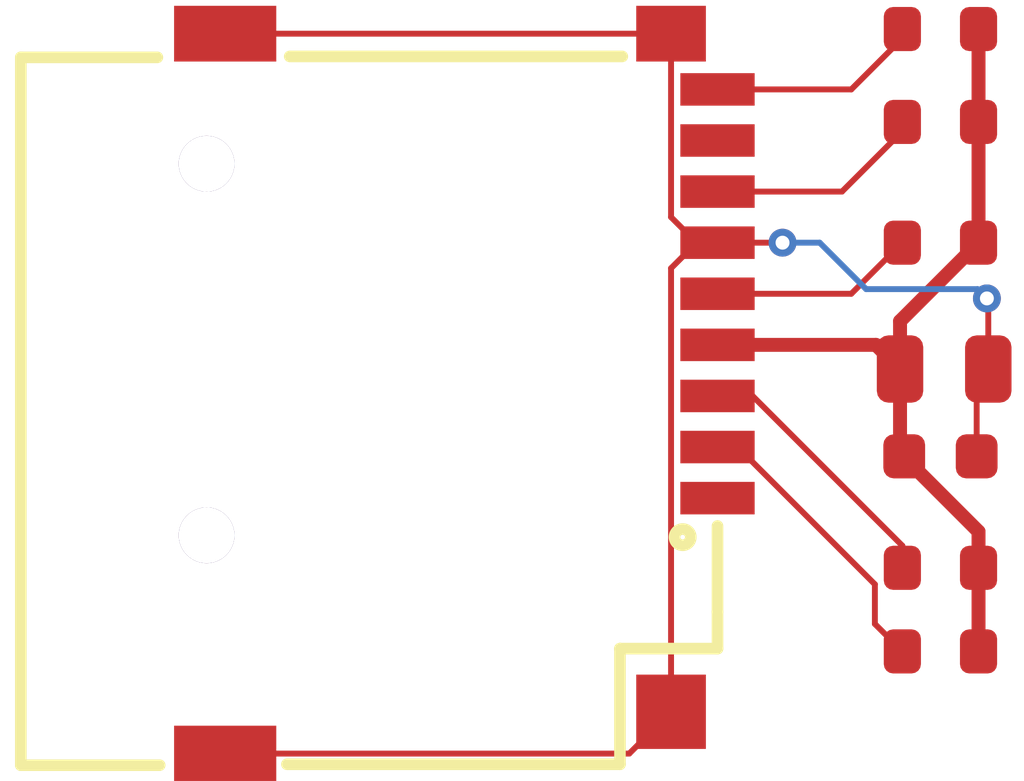
<source format=kicad_pcb>
(kicad_pcb (version 20241229) (generator "pcbnew") (generator_version "9.0")
  (layers (0 "F.Cu" signal) (4 "In1.Cu" signal) (6 "In2.Cu" signal) (2 "B.Cu" signal) (13 "F.Paste" user) (15 "B.Paste" user) (5 "F.SilkS" user "F.Silkscreen") (7 "B.SilkS" user "B.Silkscreen") (1 "F.Mask" user) (3 "B.Mask" user) (25 "Edge.Cuts" user))
  (net 0 "")
  (net 1 "GND")
  (net 2 "+3.3V")
  (net 3 "/SD_CD")
  (net 4 "/MOSI")
  (net 5 "/MISO")
  (net 6 "/CS")
  (net 7 "/SPI_CK")
  (footprint "PCM_JLCPCB:R_0603" (layer "F.Cu") (at 120.75 33.35)
    (property "Reference" "R5" (hide yes))
    (property "Value" "10kΩ" (hide yes))
    (pad "1" smd roundrect (at -0.82 0) (size 0.8 0.95) (layers "F.Cu" "F.Mask" "F.Paste") (net 3 "/SD_CD"))
    (pad "2" smd roundrect (at 0.82 0) (size 0.8 0.95) (layers "F.Cu" "F.Mask" "F.Paste") (net 2 "+3.3V"))
  )
  (footprint "PCM_JLCPCB:R_0603" (layer "F.Cu") (at 120.75 37.95)
    (property "Reference" "R1" (hide yes))
    (property "Value" "10kΩ" (hide yes))
    (pad "1" smd roundrect (at -0.82 0) (size 0.8 0.95) (layers "F.Cu" "F.Mask" "F.Paste") (net 7 "/SPI_CK"))
    (pad "2" smd roundrect (at 0.82 0) (size 0.8 0.95) (layers "F.Cu" "F.Mask" "F.Paste") (net 2 "+3.3V"))
  )
  (footprint "PCM_JLCPCB:C_0603" (layer "F.Cu") (at 120.75 42.55)
    (property "Reference" "C2" (hide yes))
    (property "Value" "100nF" (hide yes))
    (pad "1" smd roundrect (at -0.78 0) (size 0.9 0.95) (layers "F.Cu" "F.Mask" "F.Paste") (net 2 "+3.3V"))
    (pad "2" smd roundrect (at 0.78 0) (size 0.9 0.95) (layers "F.Cu" "F.Mask" "F.Paste") (net 1 "GND"))
  )
  (footprint "PCM_JLCPCB:R_0603" (layer "F.Cu") (at 120.75 44.95)
    (property "Reference" "R2" (hide yes))
    (property "Value" "10kΩ" (hide yes))
    (pad "1" smd roundrect (at -0.82 0) (size 0.8 0.95) (layers "F.Cu" "F.Mask" "F.Paste") (net 4 "/MOSI"))
    (pad "2" smd roundrect (at 0.82 0) (size 0.8 0.95) (layers "F.Cu" "F.Mask" "F.Paste") (net 2 "+3.3V"))
  )
  (footprint "0_Personal:TF-SMD_TF-PUSH" (layer "F.Cu") (at 110.65 41.2 -90)
    (property "Reference" "J1" (hide yes))
    (property "Value" "Micro_SD-TF_PUSH")
    (fp_line (start -7.24 9.7) (end 8 9.7) (stroke (width 0.25)) (layer "F.SilkS"))
    (fp_line (start -7.24 9.7) (end -7.24 6.76) (stroke (width 0.25)) (layer "F.SilkS"))
    (fp_line (start 8 9.7) (end 8 6.71) (stroke (width 0.25)) (layer "F.SilkS"))
    (fp_line (start 7.98 3.97) (end 7.98 -3.2) (stroke (width 0.25)) (layer "F.SilkS"))
    (fp_line (start 5.49 -3.2) (end 5.5 -3.2) (stroke (width 0.25)) (layer "F.SilkS"))
    (fp_line (start 7.98 -3.2) (end 5.49 -3.2) (stroke (width 0.25)) (layer "F.SilkS"))
    (fp_line (start -7.26 -3.25) (end -7.26 3.91) (stroke (width 0.25)) (layer "F.SilkS"))
    (fp_line (start 4.7 -5.3) (end 2.85 -5.3) (stroke (width 0.25)) (layer "F.SilkS"))
    (fp_line (start 4.7 -5.3) (end 5.49 -5.3) (stroke (width 0.25)) (layer "F.SilkS"))
    (fp_line (start 5.49 -5.3) (end 5.49 -3.2) (stroke (width 0.25)) (layer "F.SilkS"))
    (fp_circle (center 3.09 -4.55) (end 3.14 -4.55) (stroke (width 0.25)) (fill no) (layer "F.SilkS"))
    (pad "" thru_hole circle (at -4.95 5.7 270) (size 1.2 1.2) (drill 1.2) (layers "*.Cu" "*.Mask"))
    (pad "" thru_hole circle (at 3.05 5.7 270) (size 1.2 1.2) (drill 1.2) (layers "*.Cu" "*.Mask"))
    (pad "1" smd rect (at 2.25 -5.3 270) (size 0.7 1.6) (layers "F.Cu" "F.Mask" "F.Paste"))
    (pad "2" smd rect (at 1.15 -5.3 270) (size 0.7 1.6) (layers "F.Cu" "F.Mask" "F.Paste") (net 6 "/CS"))
    (pad "3" smd rect (at 0.05 -5.3 270) (size 0.7 1.6) (layers "F.Cu" "F.Mask" "F.Paste") (net 4 "/MOSI"))
    (pad "4" smd rect (at -1.05 -5.3 270) (size 0.7 1.6) (layers "F.Cu" "F.Mask" "F.Paste") (net 2 "+3.3V"))
    (pad "5" smd rect (at -2.15 -5.3 270) (size 0.7 1.6) (layers "F.Cu" "F.Mask" "F.Paste") (net 7 "/SPI_CK"))
    (pad "6" smd rect (at -3.25 -5.3 270) (size 0.7 1.6) (layers "F.Cu" "F.Mask" "F.Paste") (net 1 "GND"))
    (pad "7" smd rect (at -4.35 -5.3 270) (size 0.7 1.6) (layers "F.Cu" "F.Mask" "F.Paste") (net 5 "/MISO"))
    (pad "8" smd rect (at -5.45 -5.3 270) (size 0.7 1.6) (layers "F.Cu" "F.Mask" "F.Paste"))
    (pad "10" smd rect (at -7.75 -4.3 270) (size 1.2 1.5) (layers "F.Cu" "F.Mask" "F.Paste") (net 1 "GND"))
    (pad "11" smd rect (at -7.75 5.3 270) (size 1.2 2.2) (layers "F.Cu" "F.Mask" "F.Paste") (net 1 "GND"))
    (pad "12" smd rect (at 7.75 5.3 270) (size 1.2 2.2) (layers "F.Cu" "F.Mask" "F.Paste") (net 1 "GND"))
    (pad "13" smd rect (at 6.85 -4.3 270) (size 1.6 1.5) (layers "F.Cu" "F.Mask" "F.Paste") (net 1 "GND"))
    (pad "CD" smd rect (at -6.55 -5.3 270) (size 0.7 1.6) (layers "F.Cu" "F.Mask" "F.Paste") (net 3 "/SD_CD"))
  )
  (footprint "PCM_JLCPCB:R_0603" (layer "F.Cu") (at 120.75 46.75 180)
    (property "Reference" "R4" (hide yes))
    (property "Value" "10kΩ" (hide yes))
    (pad "1" smd roundrect (at -0.82 0 180) (size 0.8 0.95) (layers "F.Cu" "F.Mask" "F.Paste") (net 2 "+3.3V"))
    (pad "2" smd roundrect (at 0.82 0 180) (size 0.8 0.95) (layers "F.Cu" "F.Mask" "F.Paste") (net 6 "/CS"))
  )
  (footprint "PCM_JLCPCB:C_0805" (layer "F.Cu") (at 120.83 40.67)
    (property "Reference" "C1" (hide yes))
    (property "Value" "10uF" (hide yes))
    (pad "1" smd roundrect (at -0.95 0) (size 1 1.45) (layers "F.Cu" "F.Mask" "F.Paste") (net 2 "+3.3V"))
    (pad "2" smd roundrect (at 0.95 0) (size 1 1.45) (layers "F.Cu" "F.Mask" "F.Paste") (net 1 "GND"))
  )
  (footprint "PCM_JLCPCB:R_0603" (layer "F.Cu") (at 120.75 35.35 180)
    (property "Reference" "R3" (hide yes))
    (property "Value" "10kΩ" (hide yes))
    (pad "1" smd roundrect (at -0.82 0 180) (size 0.8 0.95) (layers "F.Cu" "F.Mask" "F.Paste") (net 2 "+3.3V"))
    (pad "2" smd roundrect (at 0.82 0 180) (size 0.8 0.95) (layers "F.Cu" "F.Mask" "F.Paste") (net 5 "/MISO"))
  )
  (segment (start 115.5 37.95) (end 115.95 37.95) (width 0.127) (layer "F.Cu") (net 1))
  (segment (start 105.35 33.45) (end 114.95 33.45) (width 0.127) (layer "F.Cu") (net 1))
  (segment (start 115.95 37.95) (end 117.35 37.95) (width 0.127) (layer "F.Cu") (net 1))
  (segment (start 114.05 48.95) (end 114.95 48.05) (width 0.127) (layer "F.Cu") (net 1))
  (segment (start 121.78 39.18) (end 121.78 40.67) (width 0.127) (layer "F.Cu") (net 1))
  (segment (start 121.53 42.55) (end 121.53 40.92) (width 0.127) (layer "F.Cu") (net 1))
  (segment (start 121.53 40.92) (end 121.78 40.67) (width 0.127) (layer "F.Cu") (net 1))
  (segment (start 105.35 48.95) (end 114.05 48.95) (width 0.127) (layer "F.Cu") (net 1))
  (segment (start 121.75 39.15) (end 121.78 39.18) (width 0.127) (layer "F.Cu") (net 1))
  (segment (start 114.95 48.05) (end 114.95 38.5) (width 0.127) (layer "F.Cu") (net 1))
  (segment (start 114.95 38.5) (end 115.5 37.95) (width 0.127) (layer "F.Cu") (net 1))
  (segment (start 114.95 37.4) (end 115.5 37.95) (width 0.127) (layer "F.Cu") (net 1))
  (segment (start 114.95 33.45) (end 114.95 37.4) (width 0.127) (layer "F.Cu") (net 1))
  (via (at 117.35 37.95) (size 0.6) (drill 0.3) (layers "F.Cu" "B.Cu") (net 1))
  (via (at 121.75 39.15) (size 0.6) (drill 0.3) (layers "F.Cu" "B.Cu") (net 1))
  (segment (start 117.35 37.95) (end 118.15 37.95) (width 0.127) (layer "B.Cu") (net 1))
  (segment (start 119.15 38.95) (end 121.55 38.95) (width 0.127) (layer "B.Cu") (net 1))
  (segment (start 121.55 38.95) (end 121.75 39.15) (width 0.127) (layer "B.Cu") (net 1))
  (segment (start 118.15 37.95) (end 119.15 38.95) (width 0.127) (layer "B.Cu") (net 1))
  (segment (start 121.57 37.95) (end 121.57 35.35) (width 0.3) (layer "F.Cu") (net 2))
  (segment (start 119.88 39.64) (end 121.57 37.95) (width 0.3) (layer "F.Cu") (net 2))
  (segment (start 121.57 46.75) (end 121.57 44.95) (width 0.3) (layer "F.Cu") (net 2))
  (segment (start 119.36 40.15) (end 119.88 40.67) (width 0.3) (layer "F.Cu") (net 2))
  (segment (start 121.57 35.35) (end 121.57 33.35) (width 0.3) (layer "F.Cu") (net 2))
  (segment (start 121.57 44.17) (end 121.57 44.95) (width 0.3) (layer "F.Cu") (net 2))
  (segment (start 119.88 40.67) (end 119.88 39.64) (width 0.3) (layer "F.Cu") (net 2))
  (segment (start 119.97 42.57) (end 121.57 44.17) (width 0.3) (layer "F.Cu") (net 2))
  (segment (start 119.97 42.55) (end 119.97 42.57) (width 0.3) (layer "F.Cu") (net 2))
  (segment (start 119.88 42.46) (end 119.97 42.55) (width 0.3) (layer "F.Cu") (net 2))
  (segment (start 115.95 40.15) (end 119.36 40.15) (width 0.3) (layer "F.Cu") (net 2))
  (segment (start 119.88 40.67) (end 119.88 42.46) (width 0.3) (layer "F.Cu") (net 2))
  (segment (start 118.83 34.65) (end 119.93 33.55) (width 0.127) (layer "F.Cu") (net 3))
  (segment (start 115.95 34.65) (end 118.83 34.65) (width 0.127) (layer "F.Cu") (net 3))
  (segment (start 116.705 41.25) (end 115.95 41.25) (width 0.127) (layer "F.Cu") (net 4))
  (segment (start 119.93 44.95) (end 119.93 44.475) (width 0.127) (layer "F.Cu") (net 4))
  (segment (start 119.93 44.475) (end 116.705 41.25) (width 0.127) (layer "F.Cu") (net 4))
  (segment (start 118.63 36.85) (end 119.93 35.55) (width 0.127) (layer "F.Cu") (net 5))
  (segment (start 115.95 36.85) (end 118.63 36.85) (width 0.127) (layer "F.Cu") (net 5))
  (segment (start 116.383 42.35) (end 119.3385 45.3055) (width 0.127) (layer "F.Cu") (net 6))
  (segment (start 119.3385 46.1585) (end 119.93 46.75) (width 0.127) (layer "F.Cu") (net 6))
  (segment (start 119.3385 45.3055) (end 119.3385 46.1585) (width 0.127) (layer "F.Cu") (net 6))
  (segment (start 115.95 42.35) (end 116.383 42.35) (width 0.127) (layer "F.Cu") (net 6))
  (segment (start 118.83 39.05) (end 119.93 37.95) (width 0.127) (layer "F.Cu") (net 7))
  (segment (start 115.95 39.05) (end 118.83 39.05) (width 0.127) (layer "F.Cu") (net 7))
)
</source>
